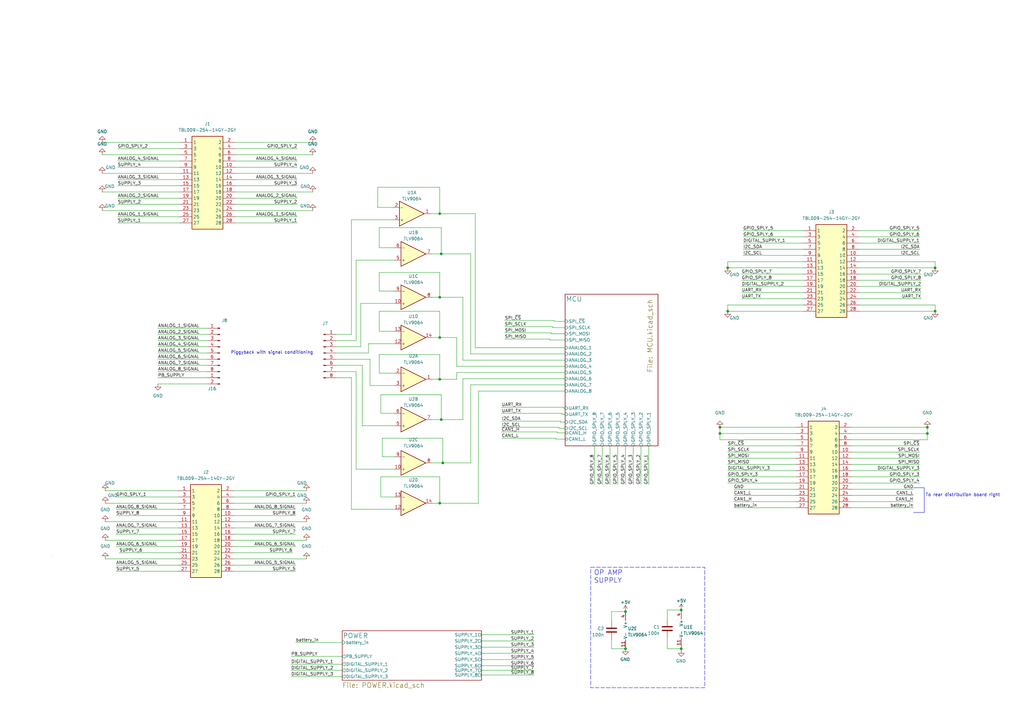
<source format=kicad_sch>
(kicad_sch (version 20230121) (generator eeschema)
  (paper "A3")
  (title_block (title "VEHICLE MEASUREMENT UNIT (VMU)") (date "2020-05-05") (rev "1.0") (company "KTH FORMULA STUDENT") (comment 1 "Dev18") (comment 2 "FILIP SVEBECK") (comment 3 "FSVEBECK@KTH.SE"))
  (lib_symbols
    (symbol "Amplifier_Operational:TLV9064" (pin_names (offset 0.127))
      (property "Reference" "U" (at 0 5.08 0))
      (property "Value" "TLV9064" (at 0 -5.08 0))
      (symbol "TLV9064_1_1"
        (polyline (pts (xy -5.08 5.08) (xy 5.08 0) (xy -5.08 -5.08) (xy -5.08 5.08)) (stroke (width 0.254)) (fill (type background)))
        (pin output line (at 7.62 0 180) (length 2.54) (name "~") (number "1"))
        (pin input line (at -7.62 -2.54 0) (length 2.54) (name "-") (number "2"))
        (pin input line (at -7.62 2.54 0) (length 2.54) (name "+") (number "3"))
      )
      (symbol "TLV9064_2_1"
        (polyline (pts (xy -5.08 5.08) (xy 5.08 0) (xy -5.08 -5.08) (xy -5.08 5.08)) (stroke (width 0.254)) (fill (type background)))
        (pin input line (at -7.62 2.54 0) (length 2.54) (name "+") (number "5"))
        (pin input line (at -7.62 -2.54 0) (length 2.54) (name "-") (number "6"))
        (pin output line (at 7.62 0 180) (length 2.54) (name "~") (number "7"))
      )
      (symbol "TLV9064_3_1"
        (polyline (pts (xy -5.08 5.08) (xy 5.08 0) (xy -5.08 -5.08) (xy -5.08 5.08)) (stroke (width 0.254)) (fill (type background)))
        (pin input line (at -7.62 2.54 0) (length 2.54) (name "+") (number "10"))
        (pin output line (at 7.62 0 180) (length 2.54) (name "~") (number "8"))
        (pin input line (at -7.62 -2.54 0) (length 2.54) (name "-") (number "9"))
      )
      (symbol "TLV9064_4_1"
        (polyline (pts (xy -5.08 5.08) (xy 5.08 0) (xy -5.08 -5.08) (xy -5.08 5.08)) (stroke (width 0.254)) (fill (type background)))
        (pin input line (at -7.62 2.54 0) (length 2.54) (name "+") (number "12"))
        (pin input line (at -7.62 -2.54 0) (length 2.54) (name "-") (number "13"))
        (pin output line (at 7.62 0 180) (length 2.54) (name "~") (number "14"))
      )
      (symbol "TLV9064_5_1"
        (pin power_in line (at -2.54 -7.62 90) (length 3.81) (name "V-") (number "11"))
        (pin power_in line (at -2.54 7.62 270) (length 3.81) (name "V+") (number "4"))
      )
    )
    (symbol "Connector:Conn_01x02_Pin" (pin_names (offset 1.016) hide)
      (property "Reference" "J" (at 0 2.54 0))
      (property "Value" "Conn_01x02_Pin" (at 0 -5.08 0))
      (symbol "Conn_01x02_Pin_1_1"
        (polyline (pts (xy 1.27 -2.54) (xy 0.8636 -2.54)) (stroke (width 0.1524)))
        (polyline (pts (xy 1.27 0) (xy 0.8636 0)) (stroke (width 0.1524)))
        (rectangle (start 0.8636 -2.413) (end 0 -2.667) (stroke (width 0.1524)) (fill (type outline)))
        (rectangle (start 0.8636 0.127) (end 0 -0.127) (stroke (width 0.1524)) (fill (type outline)))
        (pin passive line (at 5.08 0 180) (length 3.81) (name "Pin_1") (number "1"))
        (pin passive line (at 5.08 -2.54 180) (length 3.81) (name "Pin_2") (number "2"))
      )
    )
    (symbol "Connector:Conn_01x08_Pin" (pin_names (offset 1.016) hide)
      (property "Reference" "J" (at 0 10.16 0))
      (property "Value" "Conn_01x08_Pin" (at 0 -12.7 0))
      (symbol "Conn_01x08_Pin_1_1"
        (polyline (pts (xy 1.27 -10.16) (xy 0.8636 -10.16)) (stroke (width 0.1524)))
        (polyline (pts (xy 1.27 -7.62) (xy 0.8636 -7.62)) (stroke (width 0.1524)))
        (polyline (pts (xy 1.27 -5.08) (xy 0.8636 -5.08)) (stroke (width 0.1524)))
        (polyline (pts (xy 1.27 -2.54) (xy 0.8636 -2.54)) (stroke (width 0.1524)))
        (polyline (pts (xy 1.27 0) (xy 0.8636 0)) (stroke (width 0.1524)))
        (polyline (pts (xy 1.27 2.54) (xy 0.8636 2.54)) (stroke (width 0.1524)))
        (polyline (pts (xy 1.27 5.08) (xy 0.8636 5.08)) (stroke (width 0.1524)))
        (polyline (pts (xy 1.27 7.62) (xy 0.8636 7.62)) (stroke (width 0.1524)))
        (rectangle (start 0.8636 -10.033) (end 0 -10.287) (stroke (width 0.1524)) (fill (type outline)))
        (rectangle (start 0.8636 -7.493) (end 0 -7.747) (stroke (width 0.1524)) (fill (type outline)))
        (rectangle (start 0.8636 -4.953) (end 0 -5.207) (stroke (width 0.1524)) (fill (type outline)))
        (rectangle (start 0.8636 -2.413) (end 0 -2.667) (stroke (width 0.1524)) (fill (type outline)))
        (rectangle (start 0.8636 0.127) (end 0 -0.127) (stroke (width 0.1524)) (fill (type outline)))
        (rectangle (start 0.8636 2.667) (end 0 2.413) (stroke (width 0.1524)) (fill (type outline)))
        (rectangle (start 0.8636 5.207) (end 0 4.953) (stroke (width 0.1524)) (fill (type outline)))
        (rectangle (start 0.8636 7.747) (end 0 7.493) (stroke (width 0.1524)) (fill (type outline)))
        (pin passive line (at 5.08 7.62 180) (length 3.81) (name "Pin_1") (number "1"))
        (pin passive line (at 5.08 5.08 180) (length 3.81) (name "Pin_2") (number "2"))
        (pin passive line (at 5.08 2.54 180) (length 3.81) (name "Pin_3") (number "3"))
        (pin passive line (at 5.08 0 180) (length 3.81) (name "Pin_4") (number "4"))
        (pin passive line (at 5.08 -2.54 180) (length 3.81) (name "Pin_5") (number "5"))
        (pin passive line (at 5.08 -5.08 180) (length 3.81) (name "Pin_6") (number "6"))
        (pin passive line (at 5.08 -7.62 180) (length 3.81) (name "Pin_7") (number "7"))
        (pin passive line (at 5.08 -10.16 180) (length 3.81) (name "Pin_8") (number "8"))
      )
    )
    (symbol "Device:C" (pin_numbers hide) (pin_names (offset 0.254))
      (property "Reference" "C" (at 0.635 2.54 0))
      (property "Value" "C" (at 0.635 -2.54 0))
      (symbol "C_0_1"
        (polyline (pts (xy -2.032 -0.762) (xy 2.032 -0.762)) (stroke (width 0.508)))
        (polyline (pts (xy -2.032 0.762) (xy 2.032 0.762)) (stroke (width 0.508)))
      )
      (symbol "C_1_1"
        (pin passive line (at 0 3.81 270) (length 2.794) (name "~") (number "1"))
        (pin passive line (at 0 -3.81 90) (length 2.794) (name "~") (number "2"))
      )
    )
    (symbol "power:+5V" (power) (pin_names (offset 0))
      (property "Value" "+5V" (at 0 3.556 0))
      (symbol "+5V_0_1"
        (polyline (pts (xy -0.762 1.27) (xy 0 2.54)))
        (polyline (pts (xy 0 0) (xy 0 2.54)))
        (polyline (pts (xy 0 2.54) (xy 0.762 1.27)))
      )
      (symbol "+5V_1_1"
        (pin power_in line (at 0 0 90) (length 0) hide (name "+5V") (number "1"))
      )
    )
    (symbol "power:GND" (power) (pin_names (offset 0))
      (property "Value" "GND" (at 0 -3.81 0))
      (symbol "GND_0_1"
        (polyline (pts (xy 0 0) (xy 0 -1.27) (xy 1.27 -1.27) (xy 0 -2.54) (xy -1.27 -1.27) (xy 0 -1.27)))
      )
      (symbol "GND_1_1"
        (pin power_in line (at 0 0 270) (length 0) hide (name "GND") (number "1"))
      )
    )
    (symbol "realTBL009-254-14GY-2GY:TBL009-254-14GY-2GY"
      (property "Reference" "J" (at 19.05 7.62 0))
      (property "Value" "TBL009-254-14GY-2GY" (at 19.05 5.08 0))
      (symbol "TBL009-254-14GY-2GY_1_1"
        (rectangle (start 5.08 2.54) (end 17.78 -35.56) (stroke (width 0.254)) (fill (type background)))
        (pin passive line (at 0 0 0) (length 5.08) (name "1") (number "1"))
        (pin passive line (at 22.86 -10.16 180) (length 5.08) (name "10") (number "10"))
        (pin passive line (at 0 -12.7 0) (length 5.08) (name "11") (number "11"))
        (pin passive line (at 22.86 -12.7 180) (length 5.08) (name "12") (number "12"))
        (pin passive line (at 0 -15.24 0) (length 5.08) (name "13") (number "13"))
        (pin passive line (at 22.86 -15.24 180) (length 5.08) (name "14") (number "14"))
        (pin passive line (at 0 -17.78 0) (length 5.08) (name "15") (number "15"))
        (pin passive line (at 22.86 -17.78 180) (length 5.08) (name "16") (number "16"))
        (pin passive line (at 0 -20.32 0) (length 5.08) (name "17") (number "17"))
        (pin passive line (at 22.86 -20.32 180) (length 5.08) (name "18") (number "18"))
        (pin passive line (at 0 -22.86 0) (length 5.08) (name "19") (number "19"))
        (pin passive line (at 22.86 0 180) (length 5.08) (name "2") (number "2"))
        (pin passive line (at 22.86 -22.86 180) (length 5.08) (name "20") (number "20"))
        (pin passive line (at 0 -25.4 0) (length 5.08) (name "21") (number "21"))
        (pin passive line (at 22.86 -25.4 180) (length 5.08) (name "22") (number "22"))
        (pin passive line (at 0 -27.94 0) (length 5.08) (name "23") (number "23"))
        (pin passive line (at 22.86 -27.94 180) (length 5.08) (name "24") (number "24"))
        (pin passive line (at 0 -30.48 0) (length 5.08) (name "25") (number "25"))
        (pin passive line (at 22.86 -30.48 180) (length 5.08) (name "26") (number "26"))
        (pin passive line (at 0 -33.02 0) (length 5.08) (name "27") (number "27"))
        (pin passive line (at 22.86 -33.02 180) (length 5.08) (name "28") (number "28"))
        (pin passive line (at 0 -2.54 0) (length 5.08) (name "3") (number "3"))
        (pin passive line (at 22.86 -2.54 180) (length 5.08) (name "4") (number "4"))
        (pin passive line (at 0 -5.08 0) (length 5.08) (name "5") (number "5"))
        (pin passive line (at 22.86 -5.08 180) (length 5.08) (name "6") (number "6"))
        (pin passive line (at 0 -7.62 0) (length 5.08) (name "7") (number "7"))
        (pin passive line (at 22.86 -7.62 180) (length 5.08) (name "8") (number "8"))
        (pin passive line (at 0 -10.16 0) (length 5.08) (name "9") (number "9"))
      )
    )
  )
  (junction (at 298.45 127.635))
  (junction (at 180.975 172.085))
  (junction (at 181.61 189.865))
  (junction (at 383.54 127.635))
  (junction (at 256.54 266.065))
  (junction (at 383.54 109.855))
  (junction (at 380.365 177.8))
  (junction (at 279.4 250.19))
  (junction (at 180.34 206.375))
  (junction (at 180.34 155.575))
  (junction (at 180.34 121.92))
  (junction (at 295.275 175.26))
  (junction (at 279.4 266.065))
  (junction (at 180.34 138.43))
  (junction (at 180.34 87.63))
  (junction (at 256.54 250.825))
  (junction (at 295.275 177.8))
  (junction (at 380.365 175.26))
  (junction (at 298.45 109.855))
  (junction (at 180.975 104.14))
  (wire (pts (xy 121.285 219.075) (xy 95.885 219.075)))
  (wire (pts (xy 243.84 182.88) (xy 243.84 198.755)))
  (wire (pts (xy 250.825 266.065) (xy 250.825 262.255)))
  (wire (pts (xy 231.14 167.005) (xy 205.74 167.005)))
  (wire (pts (xy 226.695 133.985) (xy 207.01 133.985)))
  (wire (pts (xy 226.695 134.366) (xy 226.695 133.985)))
  (wire (pts (xy 266.065 182.88) (xy 266.065 198.755)))
  (wire (pts (xy 326.39 187.96) (xy 298.45 187.96)))
  (wire (pts (xy 298.45 107.315) (xy 298.45 109.855)))
  (wire (pts (xy 180.34 76.835) (xy 180.34 87.63)))
  (wire (pts (xy 352.425 97.155) (xy 377.19 97.155)))
  (wire (pts (xy 193.04 145.161) (xy 231.775 145.161)))
  (wire (pts (xy 326.39 177.8) (xy 295.275 177.8)))
  (wire (pts (xy 43.18 213.995) (xy 73.025 213.995)))
  (wire (pts (xy 227.33 131.826) (xy 227.33 131.445)))
  (wire (pts (xy 144.145 208.915) (xy 161.925 208.915)))
  (wire (pts (xy 140.335 269.24) (xy 119.38 269.24)))
  (wire (pts (xy 187.325 150.241) (xy 231.775 150.241)))
  (wire (pts (xy 196.215 206.375) (xy 196.215 160.401)))
  (wire (pts (xy 383.54 107.315) (xy 383.54 109.855)))
  (wire (pts (xy 64.77 152.4) (xy 85.09 152.4)))
  (wire (pts (xy 352.425 120.015) (xy 377.825 120.015)))
  (wire (pts (xy 298.45 125.095) (xy 298.45 127.635)))
  (wire (pts (xy 230.505 169.926) (xy 230.505 169.545)))
  (wire (pts (xy 196.215 160.401) (xy 231.775 160.401)))
  (wire (pts (xy 326.39 198.12) (xy 298.45 198.12)))
  (wire (pts (xy 225.425 139.446) (xy 231.775 139.446)))
  (wire (pts (xy 273.685 266.065) (xy 273.685 261.62)))
  (wire (pts (xy 155.575 153.035) (xy 161.925 153.035)))
  (wire (pts (xy 155.575 135.89) (xy 161.925 135.89)))
  (wire (pts (xy 329.565 104.775) (xy 304.8 104.775)))
  (wire (pts (xy 95.885 221.615) (xy 125.73 221.615)))
  (wire (pts (xy 64.77 154.94) (xy 85.09 154.94)))
  (wire (pts (xy 85.09 139.7) (xy 64.77 139.7)))
  (wire (pts (xy 193.04 104.14) (xy 193.04 145.161)))
  (wire (pts (xy 374.65 208.28) (xy 349.25 208.28)))
  (wire (pts (xy 48.26 88.9) (xy 73.66 88.9)))
  (wire (pts (xy 197.485 270.51) (xy 219.075 270.51)))
  (wire (pts (xy 48.26 73.66) (xy 73.66 73.66)))
  (wire (pts (xy 326.39 195.58) (xy 298.45 195.58)))
  (wire (pts (xy 193.04 157.861) (xy 231.775 157.861)))
  (wire (pts (xy 121.285 263.525) (xy 140.335 263.525)))
  (wire (pts (xy 151.765 147.32) (xy 151.765 158.115)))
  (wire (pts (xy 43.18 201.295) (xy 73.025 201.295)))
  (wire (pts (xy 279.4 265.43) (xy 279.4 266.065)))
  (wire (pts (xy 155.575 145.415) (xy 180.34 145.415)))
  (wire (pts (xy 121.92 66.04) (xy 96.52 66.04)))
  (wire (pts (xy 85.09 142.24) (xy 64.77 142.24)))
  (wire (pts (xy 121.285 231.775) (xy 95.885 231.775)))
  (wire (pts (xy 329.565 107.315) (xy 298.45 107.315)))
  (polyline (pts (xy 374.65 210.185) (xy 379.095 210.185)))
  (wire (pts (xy 48.26 66.04) (xy 73.66 66.04)))
  (wire (pts (xy 227.33 131.445) (xy 207.01 131.445)))
  (wire (pts (xy 144.145 154.94) (xy 144.145 208.915)))
  (wire (pts (xy 180.34 127.635) (xy 180.34 138.43)))
  (wire (pts (xy 197.485 260.35) (xy 219.075 260.35)))
  (wire (pts (xy 156.21 203.835) (xy 161.925 203.835)))
  (wire (pts (xy 349.25 177.8) (xy 380.365 177.8)))
  (wire (pts (xy 250.825 266.065) (xy 256.54 266.065)))
  (wire (pts (xy 189.865 172.085) (xy 189.865 155.321)))
  (wire (pts (xy 47.625 234.315) (xy 73.025 234.315)))
  (wire (pts (xy 197.485 267.97) (xy 219.075 267.97)))
  (wire (pts (xy 326.39 182.88) (xy 298.45 182.88)))
  (wire (pts (xy 41.91 78.74) (xy 73.66 78.74)))
  (wire (pts (xy 374.65 200.66) (xy 349.25 200.66)))
  (wire (pts (xy 349.25 198.12) (xy 377.19 198.12)))
  (wire (pts (xy 349.25 185.42) (xy 377.19 185.42)))
  (wire (pts (xy 180.34 87.63) (xy 176.53 87.63)))
  (wire (pts (xy 155.575 127.635) (xy 180.34 127.635)))
  (wire (pts (xy 180.34 206.375) (xy 196.215 206.375)))
  (wire (pts (xy 148.59 149.86) (xy 148.59 174.625)))
  (wire (pts (xy 47.625 216.535) (xy 73.025 216.535)))
  (wire (pts (xy 329.565 122.555) (xy 304.165 122.555)))
  (wire (pts (xy 47.625 224.155) (xy 73.025 224.155)))
  (wire (pts (xy 247.015 182.88) (xy 247.015 198.755)))
  (wire (pts (xy 227.965 180.086) (xy 231.775 180.086)))
  (wire (pts (xy 352.425 127.635) (xy 383.54 127.635)))
  (wire (pts (xy 229.87 172.72) (xy 205.74 172.72)))
  (wire (pts (xy 119.38 274.955) (xy 140.335 274.955)))
  (wire (pts (xy 85.09 149.86) (xy 64.77 149.86)))
  (wire (pts (xy 156.845 187.325) (xy 161.925 187.325)))
  (wire (pts (xy 226.06 136.525) (xy 207.01 136.525)))
  (wire (pts (xy 144.145 137.16) (xy 137.795 137.16)))
  (wire (pts (xy 96.52 91.44) (xy 121.92 91.44)))
  (wire (pts (xy 300.99 208.28) (xy 326.39 208.28)))
  (wire (pts (xy 121.285 224.155) (xy 95.885 224.155)))
  (wire (pts (xy 151.13 144.78) (xy 137.795 144.78)))
  (wire (pts (xy 121.92 83.82) (xy 96.52 83.82)))
  (wire (pts (xy 227.965 180.086) (xy 227.965 179.705)))
  (wire (pts (xy 229.87 173.101) (xy 231.775 173.101)))
  (wire (pts (xy 256.54 182.88) (xy 256.54 198.755)))
  (wire (pts (xy 151.765 158.115) (xy 161.925 158.115)))
  (wire (pts (xy 121.285 234.315) (xy 95.885 234.315)))
  (wire (pts (xy 48.26 81.28) (xy 73.66 81.28)))
  (wire (pts (xy 349.25 175.26) (xy 380.365 175.26)))
  (wire (pts (xy 96.52 60.96) (xy 121.92 60.96)))
  (wire (pts (xy 226.06 136.906) (xy 226.06 136.525)))
  (wire (pts (xy 121.92 76.2) (xy 96.52 76.2)))
  (wire (pts (xy 121.92 81.28) (xy 96.52 81.28)))
  (wire (pts (xy 147.955 142.24) (xy 137.795 142.24)))
  (wire (pts (xy 154.94 76.835) (xy 180.34 76.835)))
  (wire (pts (xy 85.09 137.16) (xy 64.77 137.16)))
  (wire (pts (xy 250.19 182.88) (xy 250.19 198.755)))
  (wire (pts (xy 140.335 272.415) (xy 119.38 272.415)))
  (wire (pts (xy 180.975 104.14) (xy 177.165 104.14)))
  (wire (pts (xy 96.52 63.5) (xy 128.27 63.5)))
  (wire (pts (xy 180.975 172.085) (xy 177.165 172.085)))
  (wire (pts (xy 47.625 219.075) (xy 73.025 219.075)))
  (wire (pts (xy 273.685 250.19) (xy 273.685 254)))
  (wire (pts (xy 374.65 203.2) (xy 349.25 203.2)))
  (wire (pts (xy 125.73 201.295) (xy 95.885 201.295)))
  (wire (pts (xy 180.34 145.415) (xy 180.34 155.575)))
  (wire (pts (xy 73.66 58.42) (xy 41.91 58.42)))
  (wire (pts (xy 125.73 229.235) (xy 95.885 229.235)))
  (wire (pts (xy 295.275 177.8) (xy 295.275 175.26)))
  (wire (pts (xy 151.765 147.32) (xy 137.795 147.32)))
  (wire (pts (xy 146.05 139.7) (xy 137.795 139.7)))
  (wire (pts (xy 47.625 211.455) (xy 73.025 211.455)))
  (wire (pts (xy 349.25 182.88) (xy 377.19 182.88)))
  (wire (pts (xy 48.26 68.58) (xy 73.66 68.58)))
  (wire (pts (xy 180.975 172.085) (xy 189.865 172.085)))
  (wire (pts (xy 128.27 86.36) (xy 96.52 86.36)))
  (wire (pts (xy 156.845 179.705) (xy 181.61 179.705)))
  (wire (pts (xy 85.09 147.32) (xy 64.77 147.32)))
  (wire (pts (xy 48.895 226.695) (xy 73.025 226.695)))
  (wire (pts (xy 64.77 157.48) (xy 85.09 157.48)))
  (wire (pts (xy 197.485 273.05) (xy 219.075 273.05)))
  (wire (pts (xy 352.425 94.615) (xy 377.19 94.615)))
  (wire (pts (xy 43.18 229.235) (xy 73.025 229.235)))
  (wire (pts (xy 156.21 195.58) (xy 156.21 203.835)))
  (wire (pts (xy 43.18 206.375) (xy 73.025 206.375)))
  (wire (pts (xy 120.015 226.695) (xy 95.885 226.695)))
  (wire (pts (xy 180.34 121.92) (xy 189.865 121.92)))
  (wire (pts (xy 326.39 185.42) (xy 298.45 185.42)))
  (wire (pts (xy 380.365 177.8) (xy 380.365 175.26)))
  (wire (pts (xy 155.575 145.415) (xy 155.575 153.035)))
  (wire (pts (xy 146.05 152.4) (xy 146.05 192.405)))
  (wire (pts (xy 227.965 179.705) (xy 205.74 179.705)))
  (wire (pts (xy 47.625 231.775) (xy 73.025 231.775)))
  (wire (pts (xy 177.165 121.92) (xy 180.34 121.92)))
  (wire (pts (xy 329.565 102.235) (xy 304.8 102.235)))
  (wire (pts (xy 73.66 63.5) (xy 41.91 63.5)))
  (wire (pts (xy 48.26 76.2) (xy 73.66 76.2)))
  (wire (pts (xy 300.99 200.66) (xy 326.39 200.66)))
  (wire (pts (xy 95.885 203.835) (xy 121.285 203.835)))
  (wire (pts (xy 121.285 216.535) (xy 95.885 216.535)))
  (wire (pts (xy 121.92 68.58) (xy 96.52 68.58)))
  (wire (pts (xy 229.235 175.26) (xy 205.74 175.26)))
  (wire (pts (xy 128.27 78.74) (xy 96.52 78.74)))
  (wire (pts (xy 41.91 71.12) (xy 73.66 71.12)))
  (wire (pts (xy 146.05 192.405) (xy 161.925 192.405)))
  (wire (pts (xy 180.975 161.925) (xy 180.975 172.085)))
  (wire (pts (xy 47.625 208.915) (xy 73.025 208.915)))
  (wire (pts (xy 148.59 174.625) (xy 161.925 174.625)))
  (wire (pts (xy 180.34 155.575) (xy 177.165 155.575)))
  (wire (pts (xy 352.425 125.095) (xy 383.54 125.095)))
  (wire (pts (xy 228.6 177.546) (xy 228.6 177.165)))
  (wire (pts (xy 250.825 250.825) (xy 256.54 250.825)))
  (wire (pts (xy 225.425 139.446) (xy 225.425 139.065)))
  (wire (pts (xy 146.05 106.68) (xy 161.925 106.68)))
  (wire (pts (xy 380.365 180.34) (xy 380.365 177.8)))
  (wire (pts (xy 227.33 131.826) (xy 231.775 131.826)))
  (wire (pts (xy 180.34 155.575) (xy 187.325 155.575)))
  (wire (pts (xy 180.34 87.63) (xy 194.945 87.63)))
  (wire (pts (xy 155.575 127.635) (xy 155.575 135.89)))
  (wire (pts (xy 250.825 250.825) (xy 250.825 254.635)))
  (wire (pts (xy 352.425 109.855) (xy 383.54 109.855)))
  (wire (pts (xy 41.91 86.36) (xy 73.66 86.36)))
  (wire (pts (xy 125.73 206.375) (xy 95.885 206.375)))
  (wire (pts (xy 144.145 90.17) (xy 161.29 90.17)))
  (wire (pts (xy 146.05 152.4) (xy 137.795 152.4)))
  (wire (pts (xy 349.25 193.04) (xy 377.19 193.04)))
  (wire (pts (xy 300.99 203.2) (xy 326.39 203.2)))
  (wire (pts (xy 156.21 169.545) (xy 161.925 169.545)))
  (wire (pts (xy 156.21 161.925) (xy 156.21 169.545)))
  (wire (pts (xy 352.425 99.695) (xy 377.19 99.695)))
  (wire (pts (xy 187.325 152.781) (xy 231.775 152.781)))
  (wire (pts (xy 279.4 266.065) (xy 279.4 266.7)))
  (wire (pts (xy 189.865 121.92) (xy 189.865 147.701)))
  (wire (pts (xy 151.13 140.97) (xy 151.13 144.78)))
  (polyline (pts (xy 374.65 200.025) (xy 379.095 200.025)))
  (wire (pts (xy 146.05 106.68) (xy 146.05 139.7)))
  (wire (pts (xy 228.6 177.165) (xy 205.74 177.165)))
  (wire (pts (xy 119.38 277.495) (xy 140.335 277.495)))
  (wire (pts (xy 155.575 93.345) (xy 155.575 101.6)))
  (wire (pts (xy 326.39 175.26) (xy 295.275 175.26)))
  (wire (pts (xy 253.365 182.88) (xy 253.365 198.755)))
  (wire (pts (xy 352.425 122.555) (xy 377.825 122.555)))
  (wire (pts (xy 73.66 91.44) (xy 48.26 91.44)))
  (wire (pts (xy 148.59 149.86) (xy 137.795 149.86)))
  (wire (pts (xy 156.845 179.705) (xy 156.845 187.325)))
  (wire (pts (xy 231.14 167.386) (xy 231.14 167.005)))
  (wire (pts (xy 329.565 125.095) (xy 298.45 125.095)))
  (wire (pts (xy 229.87 173.101) (xy 229.87 172.72)))
  (wire (pts (xy 329.565 109.855) (xy 298.45 109.855)))
  (wire (pts (xy 155.575 93.345) (xy 180.975 93.345)))
  (wire (pts (xy 154.94 85.09) (xy 161.29 85.09)))
  (wire (pts (xy 144.145 154.94) (xy 137.795 154.94)))
  (wire (pts (xy 225.425 139.065) (xy 207.01 139.065)))
  (wire (pts (xy 230.505 169.545) (xy 205.74 169.545)))
  (wire (pts (xy 177.165 206.375) (xy 180.34 206.375)))
  (wire (pts (xy 187.325 138.43) (xy 187.325 150.241)))
  (wire (pts (xy 193.04 189.865) (xy 193.04 157.861)))
  (polyline (pts (xy 379.095 200.025) (xy 379.095 210.185)))
  (wire (pts (xy 180.34 111.76) (xy 180.34 121.92)))
  (wire (pts (xy 125.73 213.995) (xy 95.885 213.995)))
  (wire (pts (xy 329.565 120.015) (xy 304.165 120.015)))
  (wire (pts (xy 187.325 155.575) (xy 187.325 152.781)))
  (wire (pts (xy 326.39 180.34) (xy 295.275 180.34)))
  (wire (pts (xy 229.235 175.641) (xy 229.235 175.26)))
  (wire (pts (xy 156.21 161.925) (xy 180.975 161.925)))
  (wire (pts (xy 352.425 102.235) (xy 377.19 102.235)))
  (wire (pts (xy 180.34 195.58) (xy 180.34 206.375)))
  (wire (pts (xy 262.89 182.88) (xy 262.89 198.755)))
  (wire (pts (xy 121.285 208.915) (xy 95.885 208.915)))
  (wire (pts (xy 189.865 147.701) (xy 231.775 147.701)))
  (wire (pts (xy 273.685 266.065) (xy 279.4 266.065)))
  (wire (pts (xy 352.425 107.315) (xy 383.54 107.315)))
  (wire (pts (xy 230.505 169.926) (xy 231.775 169.926)))
  (wire (pts (xy 197.485 262.89) (xy 219.075 262.89)))
  (wire (pts (xy 155.575 111.76) (xy 180.34 111.76)))
  (wire (pts (xy 154.94 76.835) (xy 154.94 85.09)))
  (wire (pts (xy 226.06 136.906) (xy 231.775 136.906)))
  (wire (pts (xy 349.25 187.96) (xy 377.19 187.96)))
  (wire (pts (xy 197.485 274.955) (xy 219.075 274.955)))
  (wire (pts (xy 329.565 114.935) (xy 304.165 114.935)))
  (wire (pts (xy 155.575 101.6) (xy 161.925 101.6)))
  (wire (pts (xy 48.26 83.82) (xy 73.66 83.82)))
  (wire (pts (xy 121.285 211.455) (xy 95.885 211.455)))
  (wire (pts (xy 329.565 112.395) (xy 304.165 112.395)))
  (wire (pts (xy 180.975 104.14) (xy 193.04 104.14)))
  (wire (pts (xy 231.14 167.386) (xy 231.775 167.386)))
  (wire (pts (xy 326.39 190.5) (xy 298.45 190.5)))
  (wire (pts (xy 194.945 142.621) (xy 231.775 142.621)))
  (wire (pts (xy 181.61 179.705) (xy 181.61 189.865)))
  (wire (pts (xy 329.565 97.155) (xy 304.8 97.155)))
  (wire (pts (xy 194.945 87.63) (xy 194.945 142.621)))
  (wire (pts (xy 128.27 71.12) (xy 96.52 71.12)))
  (wire (pts (xy 151.13 140.97) (xy 161.925 140.97)))
  (wire (pts (xy 181.61 189.865) (xy 193.04 189.865)))
  (wire (pts (xy 352.425 114.935) (xy 377.825 114.935)))
  (wire (pts (xy 197.485 276.86) (xy 219.075 276.86)))
  (wire (pts (xy 352.425 117.475) (xy 377.825 117.475)))
  (wire (pts (xy 352.425 112.395) (xy 377.825 112.395)))
  (wire (pts (xy 147.955 124.46) (xy 147.955 142.24)))
  (wire (pts (xy 228.6 177.546) (xy 231.775 177.546)))
  (wire (pts (xy 374.65 205.74) (xy 349.25 205.74)))
  (wire (pts (xy 156.21 195.58) (xy 180.34 195.58)))
  (wire (pts (xy 349.25 195.58) (xy 377.19 195.58)))
  (wire (pts (xy 329.565 99.695) (xy 304.8 99.695)))
  (wire (pts (xy 96.52 58.42) (xy 128.27 58.42)))
  (wire (pts (xy 329.565 127.635) (xy 298.45 127.635)))
  (wire (pts (xy 73.025 203.835) (xy 47.625 203.835)))
  (wire (pts (xy 85.09 134.62) (xy 64.77 134.62)))
  (wire (pts (xy 85.09 144.78) (xy 64.77 144.78)))
  (wire (pts (xy 352.425 104.775) (xy 377.19 104.775)))
  (wire (pts (xy 147.955 124.46) (xy 161.925 124.46)))
  (wire (pts (xy 229.235 175.641) (xy 231.775 175.641)))
  (wire (pts (xy 155.575 119.38) (xy 161.925 119.38)))
  (wire (pts (xy 259.715 182.88) (xy 259.715 198.755)))
  (wire (pts (xy 180.975 93.345) (xy 180.975 104.14)))
  (wire (pts (xy 189.865 155.321) (xy 231.775 155.321)))
  (wire (pts (xy 197.485 265.43) (xy 219.075 265.43)))
  (wire (pts (xy 180.34 138.43) (xy 177.165 138.43)))
  (wire (pts (xy 349.25 190.5) (xy 377.19 190.5)))
  (wire (pts (xy 383.54 125.095) (xy 383.54 127.635)))
  (wire (pts (xy 73.66 60.96) (xy 48.26 60.96)))
  (wire (pts (xy 329.565 117.475) (xy 304.165 117.475)))
  (wire (pts (xy 226.695 134.366) (xy 231.775 134.366)))
  (wire (pts (xy 121.92 88.9) (xy 96.52 88.9)))
  (wire (pts (xy 295.275 180.34) (xy 295.275 177.8)))
  (wire (pts (xy 326.39 193.04) (xy 298.45 193.04)))
  (wire (pts (xy 155.575 111.76) (xy 155.575 119.38)))
  (wire (pts (xy 273.685 250.19) (xy 279.4 250.19)))
  (wire (pts (xy 73.025 221.615) (xy 43.18 221.615)))
  (wire (pts (xy 121.92 73.66) (xy 96.52 73.66)))
  (wire (pts (xy 329.565 94.615) (xy 304.8 94.615)))
  (wire (pts (xy 300.99 205.74) (xy 326.39 205.74)))
  (wire (pts (xy 349.25 180.34) (xy 380.365 180.34)))
  (wire (pts (xy 177.165 189.865) (xy 181.61 189.865)))
  (wire (pts (xy 144.145 90.17) (xy 144.145 137.16)))
  (wire (pts (xy 180.34 138.43) (xy 187.325 138.43)))
  (rectangle (start 21.209 227.965) (end 21.209 227.965))
  (rectangle (start 242.316 232.664) (end 289.052 282.067) (stroke (width 0) (type dash)))
  (rectangle (start 132.461 224.155) (end 132.461 224.155))
  (text "OP AMP \nSUPPLY" (at 243.586 239.395 0) (effects (font (size 2 2)) (justify left bottom)))
  (text "To rear distribution board right\n" (at 410.21 203.835 0) (effects (font (size 1.27 1.27)) (justify right bottom)))
  (text "Piggyback with signal conditioning" (at 94.615 145.415 0) (effects (font (size 1.27 1.27)) (justify left bottom)))
  (label "GPIO_SPLY_7" (at 247.015 198.755 90))
  (label "SUPPLY_2" (at 219.075 262.89 180))
  (label "ANALOG_5_SIGNAL" (at 121.285 231.775 180))
  (label "SUPPLY_2" (at 48.26 83.82 0))
  (label "GPIO_SPLY_4" (at 377.19 198.12 180))
  (label "SUPPLY_4" (at 48.26 68.58 0))
  (label "ANALOG_5_SIGNAL" (at 47.625 231.775 0))
  (label "SUPPLY_6" (at 48.895 226.695 0))
  (label "GPIO_SPLY_5" (at 253.365 198.755 90))
  (label "UART_RX" (at 304.165 120.015 0))
  (label "ANALOG_4_SIGNAL" (at 64.77 142.24 0))
  (label "SPI_MISO" (at 377.19 190.5 180))
  (label "GPIO_SPLY_4" (at 256.54 198.755 90))
  (label "GND" (at 374.65 200.66 180))
  (label "ANALOG_8_SIGNAL" (at 64.77 152.4 0))
  (label "SPI_SCLK" (at 298.45 185.42 0))
  (label "GPIO_SPLY_7" (at 304.165 112.395 0))
  (label "ANALOG_6_SIGNAL" (at 64.77 147.32 0))
  (label "ANALOG_2_SIGNAL" (at 121.92 81.28 180))
  (label "CAN1_L" (at 374.65 203.2 180))
  (label "SUPPLY_7" (at 47.625 219.075 0))
  (label "GPIO_SPLY_4" (at 298.45 198.12 0))
  (label "ANALOG_1_SIGNAL" (at 64.77 134.62 0))
  (label "battery_in" (at 300.99 208.28 0))
  (label "ANALOG_3_SIGNAL" (at 121.92 73.66 180))
  (label "SUPPLY_3" (at 219.075 265.43 180))
  (label "SPI_MISO" (at 298.45 190.5 0))
  (label "SUPPLY_4" (at 219.075 267.97 180))
  (label "I2C_SDA" (at 205.74 172.72 0))
  (label "GND" (at 300.99 200.66 0))
  (label "GPIO_SPLY_6" (at 377.19 97.155 180))
  (label "SPI_SCLK" (at 207.01 133.985 0))
  (label "ANALOG_2_SIGNAL" (at 64.77 137.16 0))
  (label "GPIO_SPLY_2" (at 262.89 198.755 90))
  (label "CAN1_L" (at 300.99 203.2 0))
  (label "I2C_SCL" (at 377.19 104.775 180))
  (label "ANALOG_3_SIGNAL" (at 64.77 139.7 0))
  (label "GPIO_SPLY_8" (at 304.165 114.935 0))
  (label "I2C_SCL" (at 205.74 175.26 0))
  (label "SPI_MOSI" (at 377.19 187.96 180))
  (label "SUPPLY_4" (at 121.92 68.58 180))
  (label "battery_in" (at 374.65 208.28 180))
  (label "SUPPLY_5" (at 47.625 234.315 0))
  (label "GPIO_SPLY_8" (at 377.825 114.935 180))
  (label "DIGITAL_SUPPLY_1" (at 377.19 99.695 180))
  (label "CAN1_H" (at 205.74 177.165 0))
  (label "GPIO_SPLY_6" (at 250.19 198.755 90))
  (label "I2C_SDA" (at 304.8 102.235 0))
  (label "I2C_SDA" (at 377.19 102.235 180))
  (label "SUPPLY_8" (at 47.625 211.455 0))
  (label "SUPPLY_8" (at 121.285 211.455 180))
  (label "GPIO_SPLY_3" (at 298.45 195.58 0))
  (label "UART_TX" (at 304.165 122.555 0))
  (label "SUPPLY_6" (at 219.075 273.05 180))
  (label "SPI_MOSI" (at 298.45 187.96 0))
  (label "SUPPLY_7" (at 219.075 274.955 180))
  (label "UART_RX" (at 377.825 120.015 180))
  (label "GPIO_SPLY_1" (at 266.065 198.755 90))
  (label "SUPPLY_1" (at 48.26 91.44 0))
  (label "GPIO_SPLY_2" (at 48.26 60.96 0))
  (label "SUPPLY_1" (at 121.92 91.44 180))
  (label "UART_TX" (at 377.825 122.555 180))
  (label "ANALOG_6_SIGNAL" (at 121.285 224.155 180))
  (label "ANALOG_1_SIGNAL" (at 48.26 88.9 0))
  (label "CAN1_H" (at 374.65 205.74 180))
  (label "DIGITAL_SUPPLY_2" (at 119.38 274.955 0))
  (label "GPIO_SPLY_7" (at 377.825 112.395 180))
  (label "UART_TX" (at 205.74 169.545 0))
  (label "SPI_MISO" (at 207.01 139.065 0))
  (label "SPI_SCLK" (at 377.19 185.42 180))
  (label "ANALOG_6_SIGNAL" (at 47.625 224.155 0))
  (label "I2C_SCL" (at 304.8 104.775 0))
  (label "SPI_~{CS}" (at 298.45 182.88 0))
  (label "SPI_MOSI" (at 207.01 136.525 0))
  (label "SUPPLY_3" (at 121.92 76.2 180))
  (label "ANALOG_8_SIGNAL" (at 47.625 208.915 0))
  (label "battery_in" (at 121.285 263.525 0))
  (label "SUPPLY_6" (at 120.015 226.695 180))
  (label "ANALOG_8_SIGNAL" (at 121.285 208.915 180))
  (label "DIGITAL_SUPPLY_1" (at 304.8 99.695 0))
  (label "DIGITAL_SUPPLY_3" (at 377.19 193.04 180))
  (label "GPIO_SPLY_8" (at 243.84 198.755 90))
  (label "ANALOG_7_SIGNAL" (at 121.285 216.535 180))
  (label "PB_SUPPLY" (at 119.38 269.24 0))
  (label "SUPPLY_1" (at 219.075 260.35 180))
  (label "ANALOG_1_SIGNAL" (at 121.92 88.9 180))
  (label "SUPPLY_7" (at 121.285 219.075 180))
  (label "SPI_~{CS}" (at 377.19 182.88 180))
  (label "DIGITAL_SUPPLY_3" (at 298.45 193.04 0))
  (label "ANALOG_3_SIGNAL" (at 48.26 73.66 0))
  (label "GPIO_SPLY_1" (at 47.625 203.835 0))
  (label "ANALOG_2_SIGNAL" (at 48.26 81.28 0))
  (label "GPIO_SPLY_3" (at 377.19 195.58 180))
  (label "CAN1_H" (at 300.99 205.74 0))
  (label "SUPPLY_8" (at 219.075 276.86 180))
  (label "SPI_~{CS}" (at 207.01 131.445 0))
  (label "GPIO_SPLY_6" (at 304.8 97.155 0))
  (label "ANALOG_5_SIGNAL" (at 64.77 144.78 0))
  (label "CAN1_L" (at 205.74 179.705 0))
  (label "PB_SUPPLY" (at 64.77 154.94 0))
  (label "DIGITAL_SUPPLY_2" (at 377.825 117.475 180))
  (label "DIGITAL_SUPPLY_1" (at 119.38 272.415 0))
  (label "SUPPLY_5" (at 219.075 270.51 180))
  (label "ANALOG_7_SIGNAL" (at 64.77 149.86 0))
  (label "GPIO_SPLY_2" (at 121.92 60.96 180))
  (label "GPIO_SPLY_5" (at 304.8 94.615 0))
  (label "SUPPLY_2" (at 121.92 83.82 180))
  (label "DIGITAL_SUPPLY_3" (at 119.38 277.495 0))
  (label "SUPPLY_5" (at 121.285 234.315 180))
  (label "SUPPLY_3" (at 48.26 76.2 0))
  (label "ANALOG_7_SIGNAL" (at 47.625 216.535 0))
  (label "ANALOG_4_SIGNAL" (at 48.26 66.04 0))
  (label "UART_RX" (at 205.74 167.005 0))
  (label "GPIO_SPLY_1" (at 121.285 203.835 180))
  (label "DIGITAL_SUPPLY_2" (at 304.165 117.475 0))
  (label "GPIO_SPLY_3" (at 259.715 198.755 90))
  (label "ANALOG_4_SIGNAL" (at 121.92 66.04 180))
  (label "GPIO_SPLY_5" (at 377.19 94.615 180))
  (symbol (lib_id "power:GND") (at 41.91 78.74 180) (unit 1)
    (property "Reference" "#PWR058" (effects hide))
    (property "Value" "GND" (at 44.958 76.454 0))
  )
  (symbol (lib_id "Amplifier_Operational:TLV9064") (at 169.545 206.375 0) (mirror x) (unit 4)
    (property "Reference" "U2" (at 169.545 196.85 0))
    (property "Value" "TLV9064" (at 169.545 199.39 0))
    (property "Footprint" "Package_SO:SOIC-14_3.9x8.7mm_P1.27mm" (effects hide))
    (property "Datasheet" "https://www.ti.com/lit/ds/symlink/tlv9064.pdf" (effects hide))
  )
  (symbol (lib_id "Amplifier_Operational:TLV9064") (at 168.91 87.63 0) (mirror x) (unit 1)
    (property "Reference" "U1" (at 168.91 78.994 0))
    (property "Value" "TLV9064" (at 168.91 81.534 0))
    (property "Footprint" "Package_SO:SOIC-14_3.9x8.7mm_P1.27mm" (effects hide))
    (property "Datasheet" "https://www.ti.com/lit/ds/symlink/tlv9064.pdf" (effects hide))
  )
  (symbol (lib_id "Device:C") (at 250.825 258.445 0) (mirror y) (unit 1)
    (property "Reference" "C2" (at 247.777 257.81 0) (effects (justify left)))
    (property "Value" "100n" (at 247.777 260.35 0) (effects (justify left)))
    (property "Footprint" "Capacitor_SMD:C_0603_1608Metric_Pad1.08x0.95mm_HandSolder" (effects hide))
  )
  (symbol (lib_id "power:GND") (at 128.27 71.12 0) (mirror x) (unit 1)
    (property "Reference" "#PWR07" (effects hide))
    (property "Value" "GND" (at 124.841 68.707 0))
  )
  (symbol (lib_id "power:GND") (at 128.27 86.36 0) (mirror x) (unit 1)
    (property "Reference" "#PWR03" (effects hide))
    (property "Value" "GND" (at 125.095 84.455 0))
  )
  (symbol (lib_id "power:GND") (at 41.91 86.36 180) (unit 1)
    (property "Reference" "#PWR042" (effects hide))
    (property "Value" "GND" (at 45.085 84.455 0))
  )
  (symbol (lib_id "Device:C") (at 273.685 257.81 0) (mirror y) (unit 1)
    (property "Reference" "C1" (at 270.637 257.175 0) (effects (justify left)))
    (property "Value" "100n" (at 270.637 259.715 0) (effects (justify left)))
    (property "Footprint" "Capacitor_SMD:C_0603_1608Metric_Pad1.08x0.95mm_HandSolder" (effects hide))
  )
  (symbol (lib_id "power:GND") (at 295.275 175.26 180) (unit 1)
    (property "Reference" "#PWR014" (effects hide))
    (property "Value" "GND" (at 295.275 169.291 0))
  )
  (symbol (lib_id "power:GND") (at 125.73 213.995 0) (mirror x) (unit 1)
    (property "Reference" "#PWR011" (effects hide))
    (property "Value" "GND" (at 125.73 209.042 0))
  )
  (symbol (lib_id "Connector:Conn_01x08_Pin") (at 90.17 142.24 0) (mirror y) (unit 1)
    (property "Reference" "J8" (at 92.075 131.445 0))
    (property "Value" "Conn_01x08_Pin" (effects hide))
    (property "Footprint" "Connector_PinHeader_2.54mm:PinHeader_1x08_P2.54mm_Vertical" (effects hide))
  )
  (symbol (lib_id "realTBL009-254-14GY-2GY:TBL009-254-14GY-2GY") (at 326.39 175.26 0) (unit 1)
    (property "Reference" "J4" (at 337.82 167.64 0))
    (property "Value" "TBL009-254-14GY-2GY" (at 337.82 170.18 0))
    (property "Footprint" "KTHFS:TBL00925414GY2GY" (effects hide))
    (property "Datasheet" "https://www.cuidevices.com/product/resource/tbl009-254.pdf" (effects hide))
    (property "Height" "10.5" (effects hide))
    (property "Mouser Part Number" "490-TBL00925414GY2GY" (effects hide))
    (property "Mouser Price/Stock" "https://www.mouser.co.uk/ProductDetail/CUI-Devices/TBL009-254-14GY-2GY?qs=UXgszm6BlbHN%252BxZXcP2GvQ%3D%3D" (effects hide))
    (property "Manufacturer_Name" "CUI Devices" (effects hide))
    (property "Manufacturer_Part_Number" "TBL009-254-14GY-2GY" (effects hide))
  )
  (symbol (lib_id "realTBL009-254-14GY-2GY:TBL009-254-14GY-2GY") (at 73.66 58.42 0) (unit 1)
    (property "Reference" "J1" (at 85.09 50.8 0))
    (property "Value" "TBL009-254-14GY-2GY" (at 85.09 53.34 0))
    (property "Footprint" "KTHFS:TBL00925414GY2GY" (effects hide))
    (property "Datasheet" "https://www.cuidevices.com/product/resource/tbl009-254.pdf" (effects hide))
    (property "Height" "10.5" (effects hide))
    (property "Mouser Part Number" "490-TBL00925414GY2GY" (effects hide))
    (property "Mouser Price/Stock" "https://www.mouser.co.uk/ProductDetail/CUI-Devices/TBL009-254-14GY-2GY?qs=UXgszm6BlbHN%252BxZXcP2GvQ%3D%3D" (effects hide))
    (property "Manufacturer_Name" "CUI Devices" (effects hide))
    (property "Manufacturer_Part_Number" "TBL009-254-14GY-2GY" (effects hide))
  )
  (symbol (lib_id "Amplifier_Operational:TLV9064") (at 169.545 104.14 0) (mirror x) (unit 2)
    (property "Reference" "U1" (at 169.545 95.377 0))
    (property "Value" "TLV9064" (at 169.545 97.917 0))
    (property "Footprint" "Package_SO:SOIC-14_3.9x8.7mm_P1.27mm" (effects hide))
    (property "Datasheet" "https://www.ti.com/lit/ds/symlink/tlv9064.pdf" (effects hide))
  )
  (symbol (lib_id "Amplifier_Operational:TLV9064") (at 281.94 257.81 0) (unit 5)
    (property "Reference" "U1" (at 280.289 257.175 0) (effects (justify left)))
    (property "Value" "TLV9064" (at 280.289 259.715 0) (effects (justify left)))
    (property "Footprint" "Package_SO:SOIC-14_3.9x8.7mm_P1.27mm" (effects hide))
    (property "Datasheet" "https://www.ti.com/lit/ds/symlink/tlv9064.pdf" (effects hide))
  )
  (symbol (lib_id "power:+5V") (at 279.4 250.19 0) (mirror y) (unit 1)
    (property "Reference" "#PWR01" (effects hide))
    (property "Value" "+5V" (at 279.4 246.38 0))
  )
  (symbol (lib_id "power:GND") (at 298.45 127.635 0) (mirror y) (unit 1)
    (property "Reference" "#PWR069" (effects hide))
    (property "Value" "GND" (at 301.244 130.429 0))
  )
  (symbol (lib_id "power:GND") (at 41.91 71.12 180) (unit 1)
    (property "Reference" "#PWR059" (effects hide))
    (property "Value" "GND" (at 45.339 68.707 0))
  )
  (symbol (lib_id "power:GND") (at 43.18 221.615 180) (unit 1)
    (property "Reference" "#PWR062" (effects hide))
    (property "Value" "GND" (at 43.18 216.789 0))
  )
  (symbol (lib_id "power:GND") (at 125.73 221.615 0) (mirror x) (unit 1)
    (property "Reference" "#PWR010" (effects hide))
    (property "Value" "GND" (at 125.73 216.789 0))
  )
  (symbol (lib_id "power:GND") (at 128.27 63.5 0) (mirror x) (unit 1)
    (property "Reference" "#PWR08" (effects hide))
    (property "Value" "GND" (at 128.27 59.055 0))
  )
  (symbol (lib_id "realTBL009-254-14GY-2GY:TBL009-254-14GY-2GY") (at 329.565 94.615 0) (unit 1)
    (property "Reference" "J3" (at 340.995 86.995 0))
    (property "Value" "TBL009-254-14GY-2GY" (at 340.995 89.535 0))
    (property "Footprint" "KTHFS:TBL00925414GY2GY" (effects hide))
    (property "Datasheet" "https://www.cuidevices.com/product/resource/tbl009-254.pdf" (effects hide))
    (property "Height" "10.5" (effects hide))
    (property "Mouser Part Number" "490-TBL00925414GY2GY" (effects hide))
    (property "Mouser Price/Stock" "https://www.mouser.co.uk/ProductDetail/CUI-Devices/TBL009-254-14GY-2GY?qs=UXgszm6BlbHN%252BxZXcP2GvQ%3D%3D" (effects hide))
    (property "Manufacturer_Name" "CUI Devices" (effects hide))
    (property "Manufacturer_Part_Number" "TBL009-254-14GY-2GY" (effects hide))
  )
  (symbol (lib_id "power:GND") (at 43.18 201.295 180) (unit 1)
    (property "Reference" "#PWR071" (effects hide))
    (property "Value" "GND" (at 45.085 198.12 0))
  )
  (symbol (lib_id "power:GND") (at 380.365 175.26 0) (mirror x) (unit 1)
    (property "Reference" "#PWR015" (effects hide))
    (property "Value" "GND" (at 380.365 169.291 0))
  )
  (symbol (lib_id "power:GND") (at 125.73 229.235 0) (mirror x) (unit 1)
    (property "Reference" "#PWR09" (effects hide))
    (property "Value" "GND" (at 125.73 224.028 0))
  )
  (symbol (lib_id "power:GND") (at 279.4 266.7 0) (mirror y) (unit 1)
    (property "Reference" "#PWR05" (effects hide))
    (property "Value" "GND" (at 279.273 271.0942 0))
  )
  (symbol (lib_id "power:GND") (at 43.18 206.375 180) (unit 1)
    (property "Reference" "#PWR064" (effects hide))
    (property "Value" "GND" (at 46.228 203.2 0))
  )
  (symbol (lib_id "power:GND") (at 383.54 127.635 0) (unit 1)
    (property "Reference" "#PWR013" (effects hide))
    (property "Value" "GND" (at 380.746 130.429 0))
  )
  (symbol (lib_id "power:GND") (at 298.45 109.855 0) (mirror y) (unit 1)
    (property "Reference" "#PWR068" (effects hide))
    (property "Value" "GND" (at 301.244 112.649 0))
  )
  (symbol (lib_id "power:GND") (at 128.27 78.74 0) (mirror x) (unit 1)
    (property "Reference" "#PWR04" (effects hide))
    (property "Value" "GND" (at 125.222 76.454 0))
  )
  (symbol (lib_id "Amplifier_Operational:TLV9064") (at 259.08 258.445 0) (unit 5)
    (property "Reference" "U2" (at 257.429 257.81 0) (effects (justify left)))
    (property "Value" "TLV9064" (at 257.429 260.35 0) (effects (justify left)))
    (property "Footprint" "Package_SO:SOIC-14_3.9x8.7mm_P1.27mm" (effects hide))
    (property "Datasheet" "https://www.ti.com/lit/ds/symlink/tlv9064.pdf" (effects hide))
  )
  (symbol (lib_id "Connector:Conn_01x08_Pin") (at 132.715 144.78 0) (unit 1)
    (property "Reference" "J7" (at 133.35 132.715 0))
    (property "Value" "Conn_01x08_Pin" (effects hide))
    (property "Footprint" "Connector_PinHeader_2.54mm:PinHeader_1x08_P2.54mm_Vertical" (effects hide))
  )
  (symbol (lib_id "power:GND") (at 43.18 213.995 180) (unit 1)
    (property "Reference" "#PWR063" (effects hide))
    (property "Value" "GND" (at 43.18 209.042 0))
  )
  (symbol (lib_id "Amplifier_Operational:TLV9064") (at 169.545 189.865 0) (mirror x) (unit 3)
    (property "Reference" "U2" (at 169.545 180.34 0))
    (property "Value" "TLV9064" (at 169.545 182.88 0))
    (property "Footprint" "Package_SO:SOIC-14_3.9x8.7mm_P1.27mm" (effects hide))
    (property "Datasheet" "https://www.ti.com/lit/ds/symlink/tlv9064.pdf" (effects hide))
  )
  (symbol (lib_id "power:GND") (at 383.54 109.855 0) (unit 1)
    (property "Reference" "#PWR067" (effects hide))
    (property "Value" "GND" (at 380.746 112.649 0))
  )
  (symbol (lib_id "power:+5V") (at 256.54 250.825 0) (mirror y) (unit 1)
    (property "Reference" "#PWR02" (effects hide))
    (property "Value" "+5V" (at 256.54 247.015 0))
  )
  (symbol (lib_id "realTBL009-254-14GY-2GY:TBL009-254-14GY-2GY") (at 73.025 201.295 0) (unit 1)
    (property "Reference" "J2" (at 84.455 193.675 0))
    (property "Value" "TBL009-254-14GY-2GY" (at 84.455 196.215 0))
    (property "Footprint" "KTHFS:TBL00925414GY2GY" (effects hide))
    (property "Datasheet" "https://www.cuidevices.com/product/resource/tbl009-254.pdf" (effects hide))
    (property "Height" "10.5" (effects hide))
    (property "Mouser Part Number" "490-TBL00925414GY2GY" (effects hide))
    (property "Mouser Price/Stock" "https://www.mouser.co.uk/ProductDetail/CUI-Devices/TBL009-254-14GY-2GY?qs=UXgszm6BlbHN%252BxZXcP2GvQ%3D%3D" (effects hide))
    (property "Manufacturer_Name" "CUI Devices" (effects hide))
    (property "Manufacturer_Part_Number" "TBL009-254-14GY-2GY" (effects hide))
  )
  (symbol (lib_id "Amplifier_Operational:TLV9064") (at 169.545 155.575 0) (mirror x) (unit 1)
    (property "Reference" "U2" (at 169.545 146.05 0))
    (property "Value" "TLV9064" (at 169.545 148.59 0))
    (property "Footprint" "Package_SO:SOIC-14_3.9x8.7mm_P1.27mm" (effects hide))
    (property "Datasheet" "https://www.ti.com/lit/ds/symlink/tlv9064.pdf" (effects hide))
  )
  (symbol (lib_id "power:GND") (at 41.91 63.5 180) (unit 1)
    (property "Reference" "#PWR060" (effects hide))
    (property "Value" "GND" (at 41.91 59.055 0))
  )
  (symbol (lib_id "Amplifier_Operational:TLV9064") (at 169.545 121.92 0) (mirror x) (unit 3)
    (property "Reference" "U1" (at 169.545 113.284 0))
    (property "Value" "TLV9064" (at 169.545 115.824 0))
    (property "Footprint" "Package_SO:SOIC-14_3.9x8.7mm_P1.27mm" (effects hide))
    (property "Datasheet" "https://www.ti.com/lit/ds/symlink/tlv9064.pdf" (effects hide))
  )
  (symbol (lib_id "Connector:Conn_01x02_Pin") (at 90.17 154.94 0) (mirror y) (unit 1)
    (property "Reference" "J16" (at 86.995 159.385 0))
    (property "Value" "Conn_01x02_Pin" (effects hide))
    (property "Footprint" "Connector_PinHeader_2.54mm:PinHeader_1x02_P2.54mm_Vertical" (effects hide))
  )
  (symbol (lib_id "Amplifier_Operational:TLV9064") (at 169.545 138.43 0) (mirror x) (unit 4)
    (property "Reference" "U1" (at 169.545 129.794 0))
    (property "Value" "TLV9064" (at 169.545 132.334 0))
    (property "Footprint" "Package_SO:SOIC-14_3.9x8.7mm_P1.27mm" (effects hide))
    (property "Datasheet" "https://www.ti.com/lit/ds/symlink/tlv9064.pdf" (effects hide))
  )
  (symbol (lib_id "Amplifier_Operational:TLV9064") (at 169.545 172.085 0) (mirror x) (unit 2)
    (property "Reference" "U2" (at 169.545 163.703 0))
    (property "Value" "TLV9064" (at 169.545 166.243 0))
    (property "Footprint" "Package_SO:SOIC-14_3.9x8.7mm_P1.27mm" (effects hide))
    (property "Datasheet" "https://www.ti.com/lit/ds/symlink/tlv9064.pdf" (effects hide))
  )
  (symbol (lib_id "power:GND") (at 43.18 229.235 180) (unit 1)
    (property "Reference" "#PWR061" (effects hide))
    (property "Value" "GND" (at 43.18 224.028 0))
  )
  (symbol (lib_id "power:GND") (at 128.27 58.42 0) (mirror x) (unit 1)
    (property "Reference" "#PWR065" (effects hide))
    (property "Value" "GND" (at 128.27 53.975 0))
  )
  (symbol (lib_id "power:GND") (at 256.54 266.065 0) (mirror y) (unit 1)
    (property "Reference" "#PWR06" (effects hide))
    (property "Value" "GND" (at 256.413 270.4592 0))
  )
  (symbol (lib_id "power:GND") (at 64.77 157.48 0) (unit 1)
    (property "Reference" "#PWR056" (effects hide))
    (property "Value" "GND" (at 64.77 162.306 0))
  )
  (symbol (lib_id "power:GND") (at 125.73 201.295 0) (mirror x) (unit 1)
    (property "Reference" "#PWR070" (effects hide))
    (property "Value" "GND" (at 123.825 198.12 0))
  )
  (symbol (lib_id "power:GND") (at 125.73 206.375 0) (mirror x) (unit 1)
    (property "Reference" "#PWR012" (effects hide))
    (property "Value" "GND" (at 123.825 203.2 0))
  )
  (symbol (lib_id "power:GND") (at 41.91 58.42 180) (unit 1)
    (property "Reference" "#PWR066" (effects hide))
    (property "Value" "GND" (at 41.91 53.975 0))
  )
  (sheet (at 231.775 120.65) (size 38.1 62.23)
    (property "Sheetname" "MCU" (at 232.156 123.825 0) (effects (font (size 2.0066 2.0066)) (justify left bottom)))
    (property "Sheetfile" "MCU.kicad_sch" (at 265.43 152.781 90) (effects (font (size 2.0066 2.0066)) (justify left top)))
    (pin "CAN1_H" bidirectional (at 231.775 177.546 180))
    (pin "CAN1_L" bidirectional (at 231.775 180.086 180))
    (pin "ANALOG_1" input (at 231.775 142.621 180))
    (pin "ANALOG_2" input (at 231.775 145.161 180))
    (pin "ANALOG_3" input (at 231.775 147.701 180))
    (pin "ANALOG_4" input (at 231.775 150.241 180))
    (pin "ANALOG_8" input (at 231.775 160.401 180))
    (pin "ANALOG_7" input (at 231.775 157.861 180))
    (pin "ANALOG_5" input (at 231.775 152.781 180))
    (pin "ANALOG_6" input (at 231.775 155.321 180))
    (pin "UART_TX" input (at 231.775 169.926 180))
    (pin "UART_RX" input (at 231.775 167.386 180))
    (pin "SPI_MOSI" input (at 231.775 136.906 180))
    (pin "SPI_MISO" input (at 231.775 139.446 180))
    (pin "SPI_~{CS}" input (at 231.775 131.826 180))
    (pin "SPI_SCLK" input (at 231.775 134.366 180))
    (pin "I2C_SDA" input (at 231.775 173.101 180))
    (pin "I2C_SCL" input (at 231.775 175.641 180))
    (pin "GPIO_SPLY_1" input (at 266.065 182.88 270))
    (pin "GPIO_SPLY_3" input (at 259.715 182.88 270))
    (pin "GPIO_SPLY_2" input (at 262.89 182.88 270))
    (pin "GPIO_SPLY_4" input (at 256.54 182.88 270))
    (pin "GPIO_SPLY_6" input (at 250.19 182.88 270))
    (pin "GPIO_SPLY_5" input (at 253.365 182.88 270))
    (pin "GPIO_SPLY_7" input (at 247.015 182.88 270))
    (pin "GPIO_SPLY_8" input (at 243.84 182.88 270))
  )
  (sheet (at 140.335 258.699) (size 57.15 20.32)
    (property "Sheetname" "POWER" (at 140.589 261.874 0) (effects (font (size 2.0066 2.0066)) (justify left bottom)))
    (property "Sheetfile" "POWER.kicad_sch" (at 140.335 279.8982 0) (effects (font (size 2.0066 2.0066)) (justify left top)))
    (pin "battery_in" input (at 140.335 263.525 180))
    (pin "SUPPLY_2" output (at 197.485 262.89 0))
    (pin "SUPPLY_1" output (at 197.485 260.35 0))
    (pin "SUPPLY_3" output (at 197.485 265.43 0))
    (pin "SUPPLY_4" output (at 197.485 267.97 0))
    (pin "DIGITAL_SUPPLY_3" output (at 140.335 277.495 180))
    (pin "DIGITAL_SUPPLY_1" output (at 140.335 272.415 180))
    (pin "DIGITAL_SUPPLY_2" output (at 140.335 274.955 180))
    (pin "SUPPLY_7" output (at 197.485 274.955 0))
    (pin "SUPPLY_6" output (at 197.485 273.05 0))
    (pin "SUPPLY_5" output (at 197.485 270.51 0))
    (pin "SUPPLY_8" output (at 197.485 276.86 0))
    (pin "PB_SUPPLY" output (at 140.335 269.24 180))
  )
)
</source>
